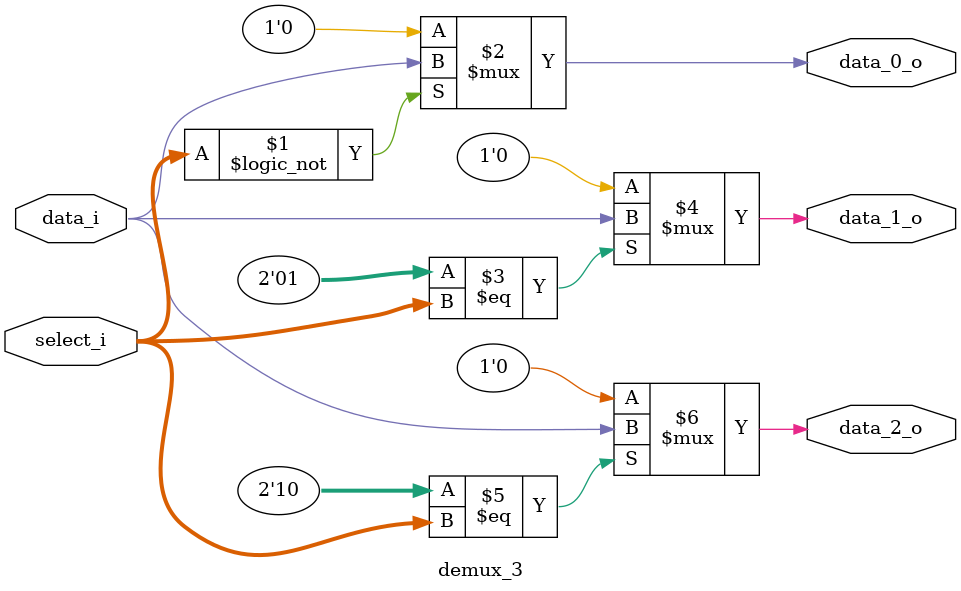
<source format=v>
`timescale 1ns / 1ps

`define SEL_WIDTH  2

module demux_3 # 
(
    parameter integer DATA_WIDTH = 1
)   
(   
    input  wire [`SEL_WIDTH - 1 : 0] select_i,
    input  wire [DATA_WIDTH - 1 : 0] data_i,  
      
    output wire [DATA_WIDTH - 1 : 0] data_0_o, 
    output wire [DATA_WIDTH - 1 : 0] data_1_o,
    output wire [DATA_WIDTH - 1 : 0] data_2_o     
);   

    localparam [`SEL_WIDTH - 1 : 0] INPUT_0 = {`SEL_WIDTH{1'h0}};
    localparam [`SEL_WIDTH - 1 : 0] INPUT_1 = {`SEL_WIDTH{1'h0}} + 1'h1;
    localparam [`SEL_WIDTH - 1 : 0] INPUT_2 = {`SEL_WIDTH{1'h0}} + 2'h2;

    assign data_0_o = (INPUT_0 == select_i) ? data_i : {DATA_WIDTH{1'h0}};
    assign data_1_o = (INPUT_1 == select_i) ? data_i : {DATA_WIDTH{1'h0}};
    assign data_2_o = (INPUT_2 == select_i) ? data_i : {DATA_WIDTH{1'h0}};
    
endmodule
</source>
